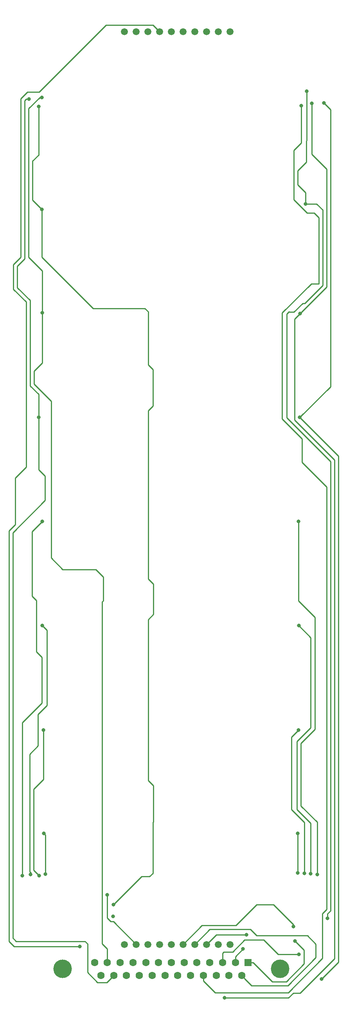
<source format=gbr>
%TF.GenerationSoftware,KiCad,Pcbnew,(2017-11-10 revision d8f4e35)-HEAD*%
%TF.CreationDate,2017-12-06T14:25:09-08:00*%
%TF.ProjectId,floor_pcb,666C6F6F725F7063622E6B696361645F,rev?*%
%TF.SameCoordinates,Original*%
%TF.FileFunction,Copper,L2,Bot,Signal*%
%TF.FilePolarity,Positive*%
%FSLAX46Y46*%
G04 Gerber Fmt 4.6, Leading zero omitted, Abs format (unit mm)*
G04 Created by KiCad (PCBNEW (2017-11-10 revision d8f4e35)-HEAD) date Wed Dec  6 14:25:09 2017*
%MOMM*%
%LPD*%
G01*
G04 APERTURE LIST*
%TA.AperFunction,ComponentPad*%
%ADD10C,4.000000*%
%TD*%
%TA.AperFunction,ComponentPad*%
%ADD11C,1.600000*%
%TD*%
%TA.AperFunction,ComponentPad*%
%ADD12R,1.600000X1.600000*%
%TD*%
%TA.AperFunction,ComponentPad*%
%ADD13C,1.500000*%
%TD*%
%TA.AperFunction,ViaPad*%
%ADD14C,0.800000*%
%TD*%
%TA.AperFunction,Conductor*%
%ADD15C,0.250000*%
%TD*%
G04 APERTURE END LIST*
D10*
%TO.P,J3,0*%
%TO.N,N/C*%
X101500000Y-219072501D03*
X148600000Y-219072501D03*
D11*
%TO.P,J3,25*%
%TO.N,/F3*%
X109815000Y-220492501D03*
%TO.P,J3,24*%
%TO.N,/F7*%
X112585000Y-220492501D03*
%TO.P,J3,23*%
%TO.N,/F11*%
X115355000Y-220492501D03*
%TO.P,J3,22*%
%TO.N,/F15*%
X118125000Y-220492501D03*
%TO.P,J3,21*%
%TO.N,Net-(J3-Pad21)*%
X120895000Y-220492501D03*
%TO.P,J3,20*%
%TO.N,Net-(J3-Pad20)*%
X123665000Y-220492501D03*
%TO.P,J3,19*%
%TO.N,Net-(J3-Pad19)*%
X126435000Y-220492501D03*
%TO.P,J3,18*%
%TO.N,Net-(J3-Pad18)*%
X129205000Y-220492501D03*
%TO.P,J3,17*%
%TO.N,/F2*%
X131975000Y-220492501D03*
%TO.P,J3,16*%
%TO.N,/F6*%
X134745000Y-220492501D03*
%TO.P,J3,15*%
%TO.N,/F10*%
X137515000Y-220492501D03*
%TO.P,J3,14*%
%TO.N,/F14*%
X140285000Y-220492501D03*
%TO.P,J3,13*%
%TO.N,/F1*%
X108430000Y-217652501D03*
%TO.P,J3,12*%
%TO.N,/F5*%
X111200000Y-217652501D03*
%TO.P,J3,11*%
%TO.N,/F9*%
X113970000Y-217652501D03*
%TO.P,J3,10*%
%TO.N,/F13*%
X116740000Y-217652501D03*
%TO.P,J3,9*%
%TO.N,Net-(J3-Pad9)*%
X119510000Y-217652501D03*
%TO.P,J3,8*%
%TO.N,Net-(J3-Pad8)*%
X122280000Y-217652501D03*
%TO.P,J3,7*%
%TO.N,/HV*%
X125050000Y-217652501D03*
%TO.P,J3,6*%
%TO.N,Net-(J3-Pad6)*%
X127820000Y-217652501D03*
%TO.P,J3,5*%
%TO.N,Net-(J3-Pad5)*%
X130590000Y-217652501D03*
%TO.P,J3,4*%
%TO.N,/F4*%
X133360000Y-217652501D03*
%TO.P,J3,3*%
%TO.N,/F8*%
X136130000Y-217652501D03*
%TO.P,J3,2*%
%TO.N,/F12*%
X138900000Y-217652501D03*
D12*
%TO.P,J3,1*%
%TO.N,/F16*%
X141670000Y-217652501D03*
%TD*%
D13*
%TO.P,J2,1*%
%TO.N,/F7*%
X114890000Y-16385800D03*
%TO.P,J2,2*%
%TO.N,/F5*%
X117430000Y-16385800D03*
%TO.P,J2,3*%
%TO.N,/F3*%
X119970000Y-16385800D03*
%TO.P,J2,4*%
%TO.N,/F1*%
X122510000Y-16385800D03*
%TO.P,J2,5*%
%TO.N,/HV*%
X125050000Y-16385800D03*
%TO.P,J2,6*%
%TO.N,/F2*%
X127590000Y-16385800D03*
%TO.P,J2,7*%
%TO.N,/F4*%
X130130000Y-16385800D03*
%TO.P,J2,8*%
%TO.N,/F6*%
X132670000Y-16385800D03*
%TO.P,J2,9*%
%TO.N,/F8*%
X135210000Y-16385800D03*
%TO.P,J2,10*%
%TO.N,Net-(J2-Pad10)*%
X137750000Y-16385800D03*
%TD*%
%TO.P,J1,10*%
%TO.N,Net-(J1-Pad10)*%
X137750000Y-213750000D03*
%TO.P,J1,9*%
%TO.N,/F10*%
X135210000Y-213750000D03*
%TO.P,J1,8*%
%TO.N,/F12*%
X132670000Y-213750000D03*
%TO.P,J1,7*%
%TO.N,/F14*%
X130130000Y-213750000D03*
%TO.P,J1,6*%
%TO.N,/F16*%
X127590000Y-213750000D03*
%TO.P,J1,5*%
%TO.N,/HV*%
X125050000Y-213750000D03*
%TO.P,J1,4*%
%TO.N,/F15*%
X122510000Y-213750000D03*
%TO.P,J1,3*%
%TO.N,/F13*%
X119970000Y-213750000D03*
%TO.P,J1,2*%
%TO.N,/F11*%
X117430000Y-213750000D03*
%TO.P,J1,1*%
%TO.N,/F9*%
X114890000Y-213750000D03*
%TD*%
D14*
%TO.N,/F8*%
X157575496Y-221225496D03*
X152645016Y-215895016D03*
X152830000Y-99780000D03*
X158030000Y-31780000D03*
%TO.N,/F6*%
X136530000Y-225305000D03*
X152930000Y-77280000D03*
X155430000Y-31880000D03*
%TO.N,/F4*%
X154130000Y-53580000D03*
X154305000Y-29180000D03*
X158869040Y-208080000D03*
%TO.N,/F2*%
X153180000Y-32380000D03*
%TO.N,/F7*%
X94230000Y-30880000D03*
X96330000Y-99780000D03*
%TO.N,/F5*%
X97130000Y-77180000D03*
X96984504Y-30534504D03*
%TO.N,/F3*%
X112530000Y-205180000D03*
X97030000Y-54780000D03*
X96330000Y-32480000D03*
%TO.N,/F1*%
X105230000Y-214205000D03*
X112430000Y-207680000D03*
%TO.N,/F9*%
X92830000Y-198880000D03*
X97130000Y-122280000D03*
%TO.N,/F11*%
X111155000Y-203080000D03*
X94580272Y-198629727D03*
X97130000Y-144780000D03*
%TO.N,/F13*%
X96404175Y-198862638D03*
X97330000Y-167380000D03*
%TO.N,/F15*%
X97430000Y-189780000D03*
X97761210Y-198518456D03*
%TO.N,/F10*%
X152530000Y-122280000D03*
X156619039Y-198604314D03*
%TO.N,/F12*%
X140511997Y-214761997D03*
X141330000Y-211655000D03*
X152630000Y-144780000D03*
X155223964Y-198486959D03*
%TO.N,/F14*%
X152530000Y-167380000D03*
X153827786Y-198383554D03*
%TO.N,/F16*%
X151830000Y-213005000D03*
X151430000Y-209880000D03*
X152430000Y-189780000D03*
X152428708Y-198332698D03*
%TD*%
D15*
%TO.N,/F8*%
X161180030Y-108130030D02*
X161180030Y-217620962D01*
X161180030Y-217620962D02*
X157575496Y-221225496D01*
X152830000Y-99780000D02*
X161180030Y-108130030D01*
X140903002Y-212780000D02*
X138303002Y-215380000D01*
X152645016Y-215895016D02*
X148145016Y-215895016D01*
X148145016Y-215895016D02*
X145030000Y-212780000D01*
X136430000Y-215380000D02*
X136130000Y-215680000D01*
X145030000Y-212780000D02*
X140903002Y-212780000D01*
X138303002Y-215380000D02*
X136430000Y-215380000D01*
X136130000Y-215680000D02*
X136130000Y-217652501D01*
X158030000Y-31780000D02*
X159480010Y-33230010D01*
X159480010Y-33230010D02*
X159480010Y-93129990D01*
X159480010Y-93129990D02*
X152830000Y-99780000D01*
%TO.N,/F6*%
X150230000Y-225305000D02*
X136530000Y-225305000D01*
X151704999Y-100320001D02*
X160330020Y-108945022D01*
X160330020Y-108945022D02*
X160330020Y-216879980D01*
X150407095Y-225305000D02*
X150230000Y-225305000D01*
X152930000Y-77280000D02*
X151704999Y-78505001D01*
X151704999Y-78505001D02*
X151704999Y-100320001D01*
X160330020Y-216879980D02*
X152930000Y-224280000D01*
X152930000Y-224280000D02*
X151432094Y-224280000D01*
X151432094Y-224280000D02*
X150407094Y-225305000D01*
X150407094Y-225305000D02*
X150230000Y-225305000D01*
X158630000Y-71580000D02*
X152930000Y-77280000D01*
X158630000Y-46080000D02*
X158630000Y-71580000D01*
X155430000Y-42880000D02*
X158630000Y-46080000D01*
X155430000Y-31880000D02*
X155430000Y-42880000D01*
%TO.N,/F4*%
X150430000Y-76980000D02*
X150030000Y-77380000D01*
X150530000Y-76880000D02*
X150430000Y-76980000D01*
X153927906Y-75080000D02*
X153464998Y-75080000D01*
X153464998Y-75080000D02*
X151564998Y-76980000D01*
X151564998Y-76980000D02*
X150430000Y-76980000D01*
X157779990Y-71227916D02*
X153927906Y-75080000D01*
X157779990Y-54880000D02*
X157779990Y-71227916D01*
X156479990Y-53580000D02*
X157779990Y-54880000D01*
X154130000Y-53580000D02*
X156479990Y-53580000D01*
X154230000Y-39980010D02*
X154230000Y-44580000D01*
X154130000Y-51180000D02*
X154130000Y-53580000D01*
X154230000Y-44580000D02*
X152430000Y-46380000D01*
X154305000Y-29180000D02*
X154305000Y-39905010D01*
X152430000Y-49480000D02*
X154130000Y-51180000D01*
X154305000Y-39905010D02*
X154230000Y-39980010D01*
X152430000Y-46380000D02*
X152430000Y-49480000D01*
X158869040Y-207143054D02*
X158869040Y-208080000D01*
X150030000Y-77380000D02*
X150030000Y-99847096D01*
X150030000Y-99847096D02*
X159480010Y-109297107D01*
X159480010Y-206532084D02*
X158869040Y-207143054D01*
X159480010Y-109297107D02*
X159480010Y-206532084D01*
%TO.N,/F2*%
X156929980Y-56579980D02*
X156929980Y-70875832D01*
X149030000Y-77680000D02*
X149030000Y-100049191D01*
X155930000Y-55580000D02*
X156929980Y-56579980D01*
X154464998Y-55580000D02*
X155930000Y-55580000D01*
X151579990Y-41980020D02*
X151579990Y-52694992D01*
X153180000Y-40380010D02*
X151579990Y-41980020D01*
X149030000Y-77480000D02*
X149030000Y-77680000D01*
X149030000Y-77177905D02*
X149030000Y-77680000D01*
X156929980Y-70875832D02*
X155332073Y-70875832D01*
X153180000Y-32380000D02*
X153180000Y-40380010D01*
X155332073Y-70875832D02*
X149030000Y-77177905D01*
X151579990Y-52694992D02*
X154464998Y-55580000D01*
X153360809Y-104380000D02*
X153360809Y-109510809D01*
X153360809Y-109510809D02*
X158630000Y-114780000D01*
X149030000Y-100049191D02*
X153360809Y-104380000D01*
X131975000Y-221623871D02*
X134531129Y-224180000D01*
X158630000Y-206180000D02*
X158630000Y-114880000D01*
X157744040Y-216765960D02*
X157744040Y-207065960D01*
X157744040Y-207065960D02*
X158630000Y-206180000D01*
X134531129Y-224180000D02*
X150330000Y-224180000D01*
X150330000Y-224180000D02*
X157744040Y-216765960D01*
X131975000Y-220492501D02*
X131975000Y-221623871D01*
%TO.N,/F7*%
X97730000Y-112480000D02*
X97730000Y-117680000D01*
X96330000Y-111080000D02*
X97730000Y-112480000D01*
X97730000Y-117680000D02*
X90730000Y-124680000D01*
X90730000Y-212380000D02*
X91430000Y-213080000D01*
X96330000Y-99780000D02*
X96330000Y-111080000D01*
X106904999Y-213654999D02*
X106904999Y-215980000D01*
X90730000Y-124680000D02*
X90730000Y-212380000D01*
X91430000Y-213080000D02*
X106330000Y-213080000D01*
X106330000Y-213080000D02*
X106904999Y-213654999D01*
X106904999Y-215854999D02*
X106904999Y-215980000D01*
X106904999Y-215980000D02*
X106904999Y-219839502D01*
X106904999Y-219839502D02*
X109082999Y-222017502D01*
X109082999Y-222017502D02*
X111059999Y-222017502D01*
X111059999Y-222017502D02*
X111785001Y-221292500D01*
X111785001Y-221292500D02*
X112585000Y-220492501D01*
X93329980Y-65482075D02*
X91730000Y-67082055D01*
X93329980Y-31214335D02*
X93329980Y-65482075D01*
X93664315Y-30880000D02*
X93329980Y-31214335D01*
X94230000Y-30880000D02*
X93664315Y-30880000D01*
X94479990Y-92932085D02*
X96330000Y-94782095D01*
X91730000Y-67082055D02*
X91730000Y-71680000D01*
X91730000Y-71680000D02*
X94479990Y-74429990D01*
X94479990Y-74429990D02*
X94479990Y-92932085D01*
X96330000Y-94782095D02*
X96330000Y-99780000D01*
%TO.N,/F5*%
X110330000Y-139380000D02*
X110030000Y-139680000D01*
X110330000Y-134280000D02*
X110330000Y-139380000D01*
X108730000Y-132680000D02*
X110330000Y-134280000D01*
X101530000Y-132680000D02*
X108730000Y-132680000D01*
X99030000Y-130180000D02*
X101530000Y-132680000D01*
X110030000Y-213580000D02*
X111200000Y-214750000D01*
X95330000Y-92580000D02*
X99030000Y-96280000D01*
X97130000Y-77180000D02*
X97130000Y-87980000D01*
X97130000Y-87980000D02*
X95330000Y-89780000D01*
X111200000Y-214750000D02*
X111200000Y-217652501D01*
X99030000Y-96280000D02*
X99030000Y-130180000D01*
X95330000Y-89780000D02*
X95330000Y-92580000D01*
X110030000Y-139680000D02*
X110030000Y-213580000D01*
X97130000Y-68080000D02*
X97130000Y-77180000D01*
X94179990Y-65129990D02*
X97130000Y-68080000D01*
X96984504Y-30534504D02*
X96610494Y-30534504D01*
X96610494Y-30534504D02*
X94179990Y-32965008D01*
X94179990Y-32965008D02*
X94179990Y-65129990D01*
%TO.N,/F3*%
X120330000Y-199080000D02*
X118630000Y-199080000D01*
X118630000Y-199080000D02*
X112530000Y-205180000D01*
X121030000Y-198380000D02*
X120330000Y-199080000D01*
X121179990Y-187230010D02*
X121030000Y-187380000D01*
X121030000Y-187380000D02*
X121030000Y-198380000D01*
X121179990Y-179429990D02*
X121179990Y-187230010D01*
X120030000Y-178280000D02*
X121179990Y-179429990D01*
X120030000Y-143480000D02*
X120030000Y-178280000D01*
X121179990Y-142330010D02*
X120030000Y-143480000D01*
X121179990Y-135829990D02*
X121179990Y-142330010D01*
X120030000Y-134680000D02*
X121179990Y-135829990D01*
X120030000Y-98280000D02*
X120030000Y-134680000D01*
X121030000Y-97280000D02*
X120030000Y-98280000D01*
X121030000Y-89380000D02*
X121030000Y-97280000D01*
X120030000Y-88380000D02*
X121030000Y-89380000D01*
X120030000Y-76880000D02*
X120030000Y-88380000D01*
X119330000Y-76180000D02*
X120030000Y-76880000D01*
X108130000Y-76180000D02*
X119330000Y-76180000D01*
X97030000Y-65080000D02*
X108130000Y-76180000D01*
X97030000Y-54780000D02*
X97030000Y-65080000D01*
X95030000Y-44280000D02*
X95030000Y-52780000D01*
X95030000Y-52780000D02*
X97030000Y-54780000D01*
X96330000Y-42980000D02*
X95030000Y-44280000D01*
X96330000Y-32480000D02*
X96330000Y-42980000D01*
%TO.N,/F1*%
X89879990Y-213076484D02*
X91008506Y-214205000D01*
X91008506Y-214205000D02*
X105230000Y-214205000D01*
X91230000Y-122977906D02*
X89879990Y-124327915D01*
X89879990Y-124327915D02*
X89879990Y-213076484D01*
X91230000Y-112880000D02*
X91230000Y-122977906D01*
X93629980Y-110480020D02*
X91230000Y-112880000D01*
X93629980Y-74782075D02*
X93629980Y-110480020D01*
X90879990Y-66729970D02*
X90879990Y-72032085D01*
X90879990Y-72032085D02*
X93629980Y-74782075D01*
X92479970Y-30862250D02*
X92479970Y-65129991D01*
X92479970Y-65129991D02*
X90879990Y-66729970D01*
X96444503Y-29409503D02*
X93932717Y-29409503D01*
X93932717Y-29409503D02*
X92479970Y-30862250D01*
X122510000Y-16385800D02*
X121034999Y-14910799D01*
X121034999Y-14910799D02*
X110943207Y-14910799D01*
X110943207Y-14910799D02*
X96444503Y-29409503D01*
%TO.N,/F9*%
X93330000Y-165280000D02*
X93630000Y-164980000D01*
X93630000Y-164980000D02*
X97030000Y-161580000D01*
X92830000Y-165780000D02*
X93630000Y-164980000D01*
X92830000Y-198880000D02*
X92830000Y-165780000D01*
X94930000Y-138480000D02*
X94930000Y-124480000D01*
X94930000Y-124480000D02*
X97130000Y-122280000D01*
X95830000Y-139380000D02*
X94930000Y-138480000D01*
X95830000Y-150480000D02*
X95830000Y-139380000D01*
X97030000Y-161580000D02*
X97030000Y-151680000D01*
X97030000Y-151680000D02*
X95830000Y-150480000D01*
%TO.N,/F11*%
X111889999Y-208805001D02*
X111155000Y-208070002D01*
X111155000Y-208070002D02*
X111155000Y-203080000D01*
X112485001Y-208805001D02*
X111889999Y-208805001D01*
X117430000Y-213750000D02*
X112485001Y-208805001D01*
X94379990Y-198040548D02*
X94379990Y-172630010D01*
X94730000Y-198390558D02*
X94379990Y-198040548D01*
X94730000Y-198479999D02*
X94730000Y-198390558D01*
X94580272Y-198629727D02*
X94730000Y-198479999D01*
X98130000Y-145780000D02*
X97130000Y-144780000D01*
X94379990Y-172630010D02*
X96204999Y-170805001D01*
X96204999Y-170805001D02*
X96204999Y-164005001D01*
X96204999Y-164005001D02*
X98130000Y-162080000D01*
X98130000Y-162080000D02*
X98130000Y-145780000D01*
%TO.N,/F13*%
X96404175Y-198862638D02*
X95230000Y-197688463D01*
X95230000Y-197688463D02*
X95230000Y-180180000D01*
X95230000Y-180180000D02*
X97330000Y-178080000D01*
X97330000Y-178080000D02*
X97330000Y-167380000D01*
%TO.N,/F15*%
X97761210Y-198518456D02*
X97761210Y-190111210D01*
X97761210Y-190111210D02*
X97430000Y-189780000D01*
%TO.N,/F10*%
X156080010Y-143030010D02*
X152530000Y-139480000D01*
X152530000Y-139480000D02*
X152530000Y-122280000D01*
X153080010Y-183780000D02*
X153080010Y-170232084D01*
X156080010Y-167232085D02*
X156080010Y-143030010D01*
X153080010Y-170232084D02*
X156080010Y-167232085D01*
X156619039Y-187319029D02*
X153080010Y-183780000D01*
X156619039Y-198604314D02*
X156619039Y-187319029D01*
%TO.N,/F12*%
X140511997Y-214761997D02*
X138900000Y-216373994D01*
X138900000Y-216373994D02*
X138900000Y-217652501D01*
X132670000Y-213750000D02*
X134765000Y-211655000D01*
X134765000Y-211655000D02*
X141330000Y-211655000D01*
X155230000Y-166880000D02*
X155230000Y-147380000D01*
X155230000Y-147380000D02*
X152630000Y-144780000D01*
X152230000Y-169880000D02*
X155230000Y-166880000D01*
X154677794Y-187025700D02*
X152230000Y-184577906D01*
X152230000Y-184577906D02*
X152230000Y-169880000D01*
X155223964Y-198486959D02*
X155223964Y-187571870D01*
X155223964Y-187571870D02*
X154677794Y-187025700D01*
%TO.N,/F14*%
X130130000Y-213750000D02*
X133350001Y-210529999D01*
X133350001Y-210529999D02*
X142179999Y-210529999D01*
X142179999Y-210529999D02*
X143530000Y-211880000D01*
X143530000Y-211880000D02*
X154530000Y-211880000D01*
X141084999Y-221292500D02*
X140285000Y-220492501D01*
X154530000Y-211880000D02*
X156330000Y-213680000D01*
X156330000Y-213680000D02*
X156330000Y-216577597D01*
X156330000Y-216577597D02*
X150260086Y-222647512D01*
X150260086Y-222647512D02*
X142440011Y-222647512D01*
X142440011Y-222647512D02*
X141084999Y-221292500D01*
X151030000Y-168880000D02*
X152530000Y-167380000D01*
X151030000Y-184580000D02*
X151030000Y-168880000D01*
X153827786Y-187377786D02*
X151030000Y-184580000D01*
X153827786Y-198383554D02*
X153827786Y-187377786D01*
%TO.N,/F16*%
X149908001Y-221797502D02*
X153770017Y-217935486D01*
X146865001Y-221797502D02*
X149908001Y-221797502D01*
X142720000Y-217652501D02*
X146865001Y-221797502D01*
X141670000Y-217652501D02*
X142720000Y-217652501D01*
X153770017Y-217935486D02*
X153770017Y-214945017D01*
X153770017Y-214945017D02*
X151830000Y-213005000D01*
X147130000Y-205180000D02*
X151430000Y-209480000D01*
X151430000Y-209480000D02*
X151430000Y-209880000D01*
X143530000Y-205180000D02*
X147130000Y-205180000D01*
X139030011Y-209679989D02*
X143530000Y-205180000D01*
X127590000Y-213750000D02*
X131660011Y-209679989D01*
X131660011Y-209679989D02*
X139030011Y-209679989D01*
X152428708Y-198332698D02*
X152428708Y-189781292D01*
X152428708Y-189781292D02*
X152430000Y-189780000D01*
%TD*%
M02*

</source>
